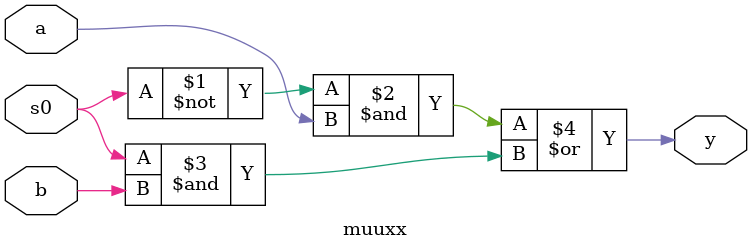
<source format=v>
module muuxx(y,s0,a,b);
output y;
input s0,a,b;
assign y=~s0&a|s0&b;
endmodule

</source>
